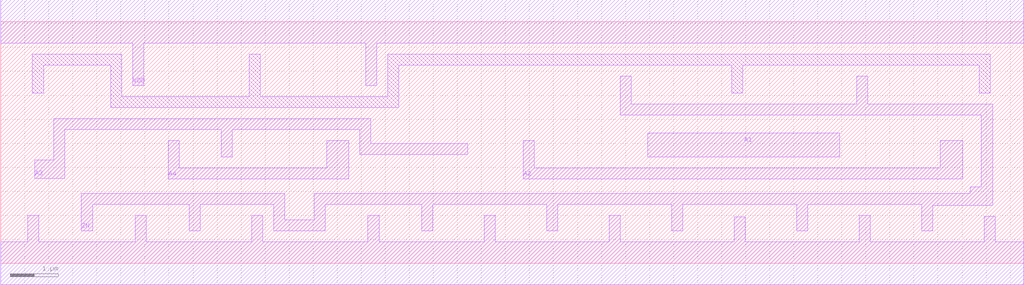
<source format=lef>
# Copyright 2022 GlobalFoundries PDK Authors
#
# Licensed under the Apache License, Version 2.0 (the "License");
# you may not use this file except in compliance with the License.
# You may obtain a copy of the License at
#
#      http://www.apache.org/licenses/LICENSE-2.0
#
# Unless required by applicable law or agreed to in writing, software
# distributed under the License is distributed on an "AS IS" BASIS,
# WITHOUT WARRANTIES OR CONDITIONS OF ANY KIND, either express or implied.
# See the License for the specific language governing permissions and
# limitations under the License.

MACRO gf180mcu_fd_sc_mcu9t5v0__nor4_4
  CLASS core ;
  FOREIGN gf180mcu_fd_sc_mcu9t5v0__nor4_4 0.0 0.0 ;
  ORIGIN 0 0 ;
  SYMMETRY X Y ;
  SITE GF018hv5v_green_sc9 ;
  SIZE 21.28 BY 5.04 ;
  PIN A1
    DIRECTION INPUT ;
    ANTENNAGATEAREA 5.244 ;
    PORT
      LAYER METAL1 ;
        POLYGON 13.465 2.215 17.46 2.215 17.46 2.71 13.465 2.71  ;
    END
  END A1
  PIN A2
    DIRECTION INPUT ;
    ANTENNAGATEAREA 5.244 ;
    PORT
      LAYER METAL1 ;
        POLYGON 10.87 1.755 20.01 1.755 20.01 2.555 19.55 2.555 19.55 1.985 11.1 1.985 11.1 2.555 10.87 2.555  ;
    END
  END A2
  PIN A3
    DIRECTION INPUT ;
    ANTENNAGATEAREA 5.244 ;
    PORT
      LAYER METAL1 ;
        POLYGON 0.71 1.77 1.33 1.77 1.33 2.785 4.59 2.785 4.59 2.215 4.82 2.215 4.82 2.785 7.47 2.785 7.47 2.27 9.715 2.27 9.715 2.5 7.7 2.5 7.7 3.015 1.1 3.015 1.1 2.15 0.71 2.15  ;
    END
  END A3
  PIN A4
    DIRECTION INPUT ;
    ANTENNAGATEAREA 5.244 ;
    PORT
      LAYER METAL1 ;
        POLYGON 3.48 1.755 7.24 1.755 7.24 2.555 6.78 2.555 6.78 1.985 3.71 1.985 3.71 2.555 3.48 2.555  ;
    END
  END A4
  PIN ZN
    DIRECTION OUTPUT ;
    ANTENNADIFFAREA 6.3894 ;
    PORT
      LAYER METAL1 ;
        POLYGON 12.89 3.09 20.405 3.09 20.405 1.59 20.175 1.59 20.175 1.455 6.52 1.455 6.52 0.91 5.91 0.91 5.91 1.455 1.68 1.455 1.68 0.68 1.91 0.68 1.91 1.225 3.92 1.225 3.92 0.68 4.15 0.68 4.15 1.225 5.68 1.225 5.68 0.68 6.75 0.68 6.75 1.225 8.76 1.225 8.76 0.68 8.99 0.68 8.99 1.225 11.36 1.225 11.36 0.68 11.59 0.68 11.59 1.225 13.96 1.225 13.96 0.68 14.19 0.68 14.19 1.225 16.56 1.225 16.56 0.68 16.79 0.68 16.79 1.225 19.16 1.225 19.16 0.68 19.39 0.68 19.39 1.21 20.635 1.21 20.635 3.32 18.04 3.32 18.04 3.9 17.81 3.9 17.81 3.32 13.12 3.32 13.12 3.9 12.89 3.9  ;
    END
  END ZN
  PIN VDD
    DIRECTION INOUT ;
    USE power ;
    SHAPE ABUTMENT ;
    PORT
      LAYER METAL1 ;
        POLYGON 0 4.59 2.75 4.59 2.75 3.705 2.98 3.705 2.98 4.59 7.59 4.59 7.59 3.705 7.82 3.705 7.82 4.59 20.59 4.59 21.28 4.59 21.28 5.49 20.59 5.49 0 5.49  ;
    END
  END VDD
  PIN VSS
    DIRECTION INOUT ;
    USE ground ;
    SHAPE ABUTMENT ;
    PORT
      LAYER METAL1 ;
        POLYGON 0 -0.45 21.28 -0.45 21.28 0.45 20.69 0.45 20.69 0.98 20.46 0.98 20.46 0.45 18.09 0.45 18.09 0.995 17.86 0.995 17.86 0.45 15.49 0.45 15.49 0.97 15.26 0.97 15.26 0.45 12.89 0.45 12.89 0.995 12.66 0.995 12.66 0.45 10.29 0.45 10.29 0.995 10.06 0.995 10.06 0.45 7.87 0.45 7.87 0.995 7.64 0.995 7.64 0.45 5.45 0.45 5.45 0.995 5.22 0.995 5.22 0.45 3.03 0.45 3.03 0.995 2.8 0.995 2.8 0.45 0.79 0.45 0.79 0.995 0.56 0.995 0.56 0.45 0 0.45  ;
    END
  END VSS
  OBS
      LAYER METAL1 ;
        POLYGON 0.66 3.55 0.89 3.55 0.89 4.13 2.29 4.13 2.29 3.245 8.28 3.245 8.28 4.13 15.21 4.13 15.21 3.55 15.44 3.55 15.44 4.13 20.36 4.13 20.36 3.55 20.59 3.55 20.59 4.36 8.05 4.36 8.05 3.475 5.4 3.475 5.4 4.36 5.17 4.36 5.17 3.475 2.52 3.475 2.52 4.36 0.66 4.36  ;
  END
END gf180mcu_fd_sc_mcu9t5v0__nor4_4

</source>
